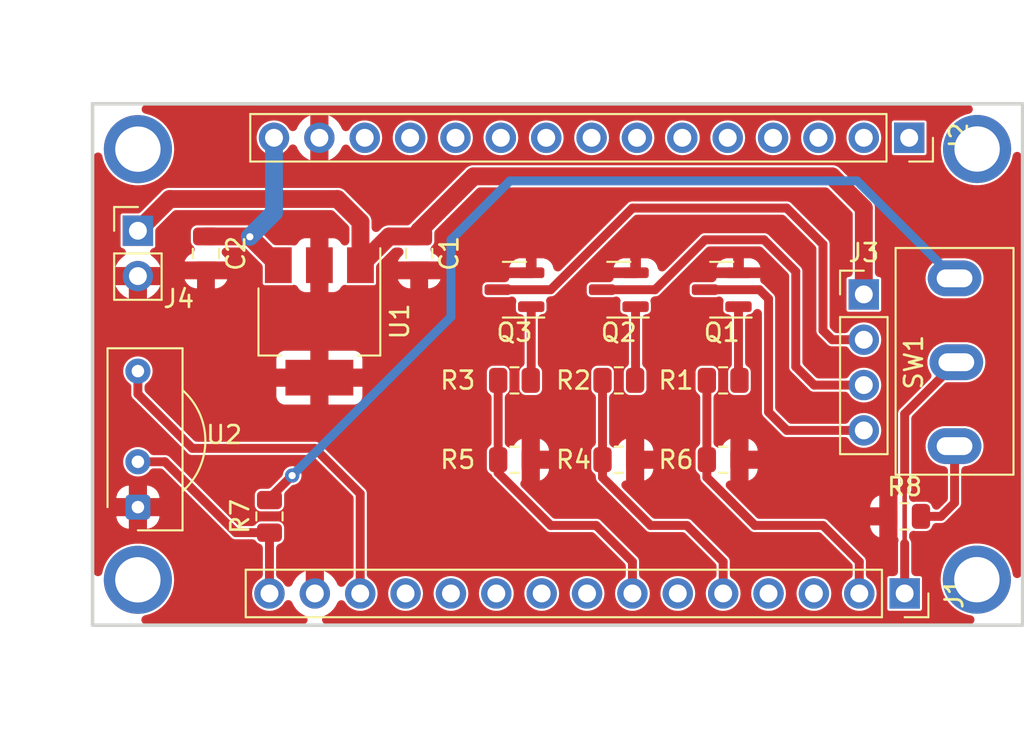
<source format=kicad_pcb>
(kicad_pcb (version 20211014) (generator pcbnew)
  (layers (0 "F.Cu" signal) (31 "B.Cu" signal) (34 "B.Paste" user) (35 "F.Paste" user) (36 "B.SilkS" user "B.Silkscreen") (37 "F.SilkS" user "F.Silkscreen") (38 "B.Mask" user) (39 "F.Mask" user) (44 "Edge.Cuts" user))
  (net 0 "")
  (net 1 "GND")
  (net 2 "/GREEN_IO")
  (net 3 "/BLUE_IO")
  (net 4 "/RED_IO")
  (net 5 "Net-(J3-Pad2)")
  (net 6 "Net-(Q2-Pad1)")
  (net 7 "+12V")
  (net 8 "/ALARM_EN")
  (net 18 "/IR_D")
  (net 19 "/+3.3V")
  (net 20 "Net-(Q3-Pad1)")
  (net 21 "Net-(J3-Pad3)")
  (net 22 "Net-(Q1-Pad1)")
  (net 23 "Net-(J3-Pad4)")
  (net 24 "+5V")
  (net 37 "Net-(R7-Pad2)")
  (net 38 "Net-(R8-Pad2)")
  (footprint "Capacitor_SMD:C_0805_2012Metric" (layer "F.Cu") (at 81.28 80.772 -90)
    (fp_text reference "C2" (at 0 -1.68 90) (layer "F.SilkS"))
    (fp_text value "10uF")
    (fp_line (start -0.261252 0.735) (end 0.261252 0.735) (layer "F.SilkS") (width 0.12))
    (fp_line (start -0.261252 -0.735) (end 0.261252 -0.735) (layer "F.SilkS") (width 0.12))
    (pad "1" smd roundrect (at -0.95 0 270) (size 1 1.45) (layers "F.Cu" "F.Paste" "F.Mask") (net 24 "+5V"))
    (pad "2" smd roundrect (at 0.95 0 270) (size 1 1.45) (layers "F.Cu" "F.Paste" "F.Mask") (net 1 "GND"))
  )
  (footprint "Package_TO_SOT_SMD:SOT-223-3_TabPin2" (layer "F.Cu") (at 87.63 84.582 -90)
    (fp_text reference "U1" (at 0 -4.5 90) (layer "F.SilkS"))
    (fp_text value "MCP1703A-5002_SOT223")
    (fp_line (start -4.1 -3.41) (end 1.91 -3.41) (layer "F.SilkS") (width 0.12))
    (fp_line (start 1.91 3.41) (end 1.91 2.15) (layer "F.SilkS") (width 0.12))
    (fp_line (start 1.91 -3.41) (end 1.91 -2.15) (layer "F.SilkS") (width 0.12))
    (fp_line (start -1.85 3.41) (end 1.91 3.41) (layer "F.SilkS") (width 0.12))
    (pad "1" smd rect (at -3.15 -2.3 270) (size 2 1.5) (layers "F.Cu" "F.Paste" "F.Mask") (net 7 "+12V"))
    (pad "2" smd rect (at -3.15 0 270) (size 2 1.5) (layers "F.Cu" "F.Paste" "F.Mask") (net 1 "GND"))
    (pad "2" smd rect (at 3.15 0 270) (size 2 3.8) (layers "F.Cu" "F.Paste" "F.Mask") (net 1 "GND"))
    (pad "3" smd rect (at -3.15 2.3 270) (size 2 1.5) (layers "F.Cu" "F.Paste" "F.Mask") (net 24 "+5V"))
  )
  (footprint "MattisLib:SS 13PLP" (layer "F.Cu") (at 123.19 86.868 90)
    (fp_text reference "SW1" (at 0 -2.286 90 unlocked) (layer "F.SilkS"))
    (fp_text value "SW_SPDT")
    (fp_line (start 6.4 -3.3) (end 6.4 3.3) (layer "F.SilkS") (width 0.12))
    (fp_line (start -6.3 -3.3) (end 6.4 -3.3) (layer "F.SilkS") (width 0.12))
    (fp_line (start 6.4 3.3) (end -6.3 3.3) (layer "F.SilkS") (width 0.12))
    (fp_line (start -6.3 3.3) (end -6.3 -3.3) (layer "F.SilkS") (width 0.12))
    (pad "1" thru_hole oval (at -4.7 0 90) (size 2 3) (drill oval 1 2) (layers *.Cu *.Mask) (net 38 "Net-(R8-Pad2)"))
    (pad "2" thru_hole oval (at 0 0.1 90) (size 2 3) (drill oval 1 2) (layers *.Mask "F.Cu" "In1.Cu" "B.Cu") (net 8 "/ALARM_EN"))
    (pad "3" thru_hole oval (at 4.7 0 90) (size 2 3) (drill oval 1 2) (layers *.Mask "F.Cu" "In1.Cu" "B.Cu") (net 37 "Net-(R7-Pad2)"))
  )
  (footprint "Resistor_SMD:R_0805_2012Metric" (layer "F.Cu") (at 110.236 92.329)
    (fp_text reference "R6" (at -2.6435 0) (layer "F.SilkS"))
    (fp_text value "5k6")
    (fp_line (start -0.227064 0.735) (end 0.227064 0.735) (layer "F.SilkS") (width 0.12))
    (fp_line (start -0.227064 -0.735) (end 0.227064 -0.735) (layer "F.SilkS") (width 0.12))
    (pad "1" smd roundrect (at -0.9125 0) (size 1.025 1.4) (layers "F.Cu" "F.Paste" "F.Mask") (roundrect_rratio 0.243902439) (net 4 "/RED_IO"))
    (pad "2" smd roundrect (at 0.9125 0) (size 1.025 1.4) (layers "F.Cu" "F.Paste" "F.Mask") (roundrect_rratio 0.243902439) (net 1 "GND"))
  )
  (footprint "Resistor_SMD:R_0805_2012Metric" (layer "F.Cu") (at 98.552 87.884)
    (fp_text reference "R3" (at -3.175 0) (layer "F.SilkS"))
    (fp_text value "560")
    (fp_line (start -0.227064 0.735) (end 0.227064 0.735) (layer "F.SilkS") (width 0.12))
    (fp_line (start -0.227064 -0.735) (end 0.227064 -0.735) (layer "F.SilkS") (width 0.12))
    (pad "1" smd roundrect (at -0.9125 0) (size 1.025 1.4) (layers "F.Cu" "F.Paste" "F.Mask") (roundrect_rratio 0.243902439) (net 3 "/BLUE_IO"))
    (pad "2" smd roundrect (at 0.9125 0) (size 1.025 1.4) (layers "F.Cu" "F.Paste" "F.Mask") (roundrect_rratio 0.243902439) (net 20 "Net-(Q3-Pad1)"))
  )
  (footprint "Resistor_SMD:R_0805_2012Metric" (layer "F.Cu") (at 104.394 87.884)
    (fp_text reference "R2" (at -2.54 0) (layer "F.SilkS"))
    (fp_text value "560")
    (fp_line (start -0.227064 -0.735) (end 0.227064 -0.735) (layer "F.SilkS") (width 0.12))
    (fp_line (start -0.227064 0.735) (end 0.227064 0.735) (layer "F.SilkS") (width 0.12))
    (pad "1" smd roundrect (at -0.9125 0) (size 1.025 1.4) (layers "F.Cu" "F.Paste" "F.Mask") (roundrect_rratio 0.243902439) (net 2 "/GREEN_IO"))
    (pad "2" smd roundrect (at 0.9125 0) (size 1.025 1.4) (layers "F.Cu" "F.Paste" "F.Mask") (roundrect_rratio 0.243902439) (net 6 "Net-(Q2-Pad1)"))
  )
  (footprint "Connector_PinHeader_2.54mm:PinHeader_1x04_P2.54mm_Vertical" (layer "F.Cu") (at 118.11 83.068)
    (fp_text reference "J3" (at 0 -2.33) (layer "F.SilkS"))
    (fp_text value "Conn_01x04_Female")
    (fp_line (start -1.33 1.27) (end -1.33 8.95) (layer "F.SilkS") (width 0.12))
    (fp_line (start 1.33 1.27) (end 1.33 8.95) (layer "F.SilkS") (width 0.12))
    (fp_line (start -1.33 1.27) (end 1.33 1.27) (layer "F.SilkS") (width 0.12))
    (fp_line (start -1.33 -1.33) (end 0 -1.33) (layer "F.SilkS") (width 0.12))
    (fp_line (start -1.33 8.95) (end 1.33 8.95) (layer "F.SilkS") (width 0.12))
    (fp_line (start -1.33 0) (end -1.33 -1.33) (layer "F.SilkS") (width 0.12))
    (pad "1" thru_hole rect (at 0 0) (size 1.7 1.7) (drill 1) (layers *.Cu *.Mask) (net 7 "+12V"))
    (pad "2" thru_hole oval (at 0 2.54) (size 1.7 1.7) (drill 1) (layers *.Cu *.Mask) (net 5 "Net-(J3-Pad2)"))
    (pad "3" thru_hole oval (at 0 5.08) (size 1.7 1.7) (drill 1) (layers *.Cu *.Mask) (net 21 "Net-(J3-Pad3)"))
    (pad "4" thru_hole oval (at 0 7.62) (size 1.7 1.7) (drill 1) (layers *.Cu *.Mask) (net 23 "Net-(J3-Pad4)"))
  )
  (footprint "Connector_PinSocket_2.54mm:PinSocket_1x15_P2.54mm_Vertical" (layer "F.Cu") (at 120.396 99.822 -90)
    (fp_text reference "J1" (at 0 -2.77 90) (layer "F.SilkS"))
    (fp_text value "Conn_01x15_Female")
    (fp_line (start -1.33 36.89) (end 1.33 36.89) (layer "F.SilkS") (width 0.12))
    (fp_line (start 0 -1.33) (end 1.33 -1.33) (layer "F.SilkS") (width 0.12))
    (fp_line (start -1.33 1.27) (end -1.33 36.89) (layer "F.SilkS") (width 0.12))
    (fp_line (start 1.33 -1.33) (end 1.33 0) (layer "F.SilkS") (width 0.12))
    (fp_line (start -1.33 1.27) (end 1.33 1.27) (layer "F.SilkS") (width 0.12))
    (fp_line (start 1.33 1.27) (end 1.33 36.89) (layer "F.SilkS") (width 0.12))
    (pad "1" thru_hole rect (at 0 0 270) (size 1.7 1.7) (drill 1) (layers *.Cu *.Mask) (net 8 "/ALARM_EN"))
    (pad "2" thru_hole oval (at 0 2.54 270) (size 1.7 1.7) (drill 1) (layers *.Cu *.Mask) (net 4 "/RED_IO"))
    (pad "3" thru_hole oval (at 0 5.08 270) (size 1.7 1.7) (drill 1) (layers *.Cu *.Mask))
    (pad "4" thru_hole oval (at 0 7.62 270) (size 1.7 1.7) (drill 1) (layers *.Cu *.Mask))
    (pad "5" thru_hole oval (at 0 10.16 270) (size 1.7 1.7) (drill 1) (layers *.Cu *.Mask) (net 2 "/GREEN_IO"))
    (pad "6" thru_hole oval (at 0 12.7 270) (size 1.7 1.7) (drill 1) (layers *.Cu *.Mask))
    (pad "7" thru_hole oval (at 0 15.24 270) (size 1.7 1.7) (drill 1) (layers *.Cu *.Mask) (net 3 "/BLUE_IO"))
    (pad "8" thru_hole oval (at 0 17.78 270) (size 1.7 1.7) (drill 1) (layers *.Cu *.Mask))
    (pad "9" thru_hole oval (at 0 20.32 270) (size 1.7 1.7) (drill 1) (layers *.Cu *.Mask))
    (pad "10" thru_hole oval (at 0 22.86 270) (size 1.7 1.7) (drill 1) (layers *.Cu *.Mask))
    (pad "11" thru_hole oval (at 0 25.4 270) (size 1.7 1.7) (drill 1) (layers *.Cu *.Mask))
    (pad "12" thru_hole oval (at 0 27.94 270) (size 1.7 1.7) (drill 1) (layers *.Cu *.Mask))
    (pad "13" thru_hole oval (at 0 30.48 270) (size 1.7 1.7) (drill 1) (layers *.Cu *.Mask) (net 18 "/IR_D"))
    (pad "14" thru_hole oval (at 0 33.02 270) (size 1.7 1.7) (drill 1) (layers *.Cu *.Mask) (net 1 "GND"))
    (pad "15" thru_hole oval (at 0 35.56 270) (size 1.7 1.7) (drill 1) (layers *.Cu *.Mask) (net 19 "/+3.3V"))
  )
  (footprint "Resistor_SMD:R_0805_2012Metric" (layer "F.Cu") (at 98.552 92.329)
    (fp_text reference "R5" (at -3.175 0) (layer "F.SilkS"))
    (fp_text value "5k6")
    (fp_line (start -0.227064 0.735) (end 0.227064 0.735) (layer "F.SilkS") (width 0.12))
    (fp_line (start -0.227064 -0.735) (end 0.227064 -0.735) (layer "F.SilkS") (width 0.12))
    (pad "1" smd roundrect (at -0.9125 0) (size 1.025 1.4) (layers "F.Cu" "F.Paste" "F.Mask") (roundrect_rratio 0.243902439) (net 3 "/BLUE_IO"))
    (pad "2" smd roundrect (at 0.9125 0) (size 1.025 1.4) (layers "F.Cu" "F.Paste" "F.Mask") (roundrect_rratio 0.243902439) (net 1 "GND"))
  )
  (footprint "Connector_PinSocket_2.54mm:PinSocket_1x15_P2.54mm_Vertical" (layer "F.Cu") (at 120.65 74.295 -90)
    (fp_text reference "J2" (at 0 -2.77 90) (layer "F.SilkS"))
    (fp_text value "Conn_01x15_Female")
    (fp_line (start -1.33 1.27) (end 1.33 1.27) (layer "F.SilkS") (width 0.12))
    (fp_line (start 1.33 -1.33) (end 1.33 0) (layer "F.SilkS") (width 0.12))
    (fp_line (start -1.33 36.89) (end 1.33 36.89) (layer "F.SilkS") (width 0.12))
    (fp_line (start 0 -1.33) (end 1.33 -1.33) (layer "F.SilkS") (width 0.12))
    (fp_line (start -1.33 1.27) (end -1.33 36.89) (layer "F.SilkS") (width 0.12))
    (fp_line (start 1.33 1.27) (end 1.33 36.89) (layer "F.SilkS") (width 0.12))
    (pad "1" thru_hole rect (at 0 0 270) (size 1.7 1.7) (drill 1) (layers *.Cu *.Mask))
    (pad "2" thru_hole oval (at 0 2.54 270) (size 1.7 1.7) (drill 1) (layers *.Cu *.Mask))
    (pad "3" thru_hole oval (at 0 5.08 270) (size 1.7 1.7) (drill 1) (layers *.Cu *.Mask))
    (pad "4" thru_hole oval (at 0 7.62 270) (size 1.7 1.7) (drill 1) (layers *.Cu *.Mask))
    (pad "5" thru_hole oval (at 0 10.16 270) (size 1.7 1.7) (drill 1) (layers *.Cu *.Mask))
    (pad "6" thru_hole oval (at 0 12.7 270) (size 1.7 1.7) (drill 1) (layers *.Cu *.Mask))
    (pad "7" thru_hole oval (at 0 15.24 270) (size 1.7 1.7) (drill 1) (layers *.Cu *.Mask))
    (pad "8" thru_hole oval (at 0 17.78 270) (size 1.7 1.7) (drill 1) (layers *.Cu *.Mask))
    (pad "9" thru_hole oval (at 0 20.32 270) (size 1.7 1.7) (drill 1) (layers *.Cu *.Mask))
    (pad "10" thru_hole oval (at 0 22.86 270) (size 1.7 1.7) (drill 1) (layers *.Cu *.Mask))
    (pad "11" thru_hole oval (at 0 25.4 270) (size 1.7 1.7) (drill 1) (layers *.Cu *.Mask))
    (pad "12" thru_hole oval (at 0 27.94 270) (size 1.7 1.7) (drill 1) (layers *.Cu *.Mask))
    (pad "13" thru_hole oval (at 0 30.48 270) (size 1.7 1.7) (drill 1) (layers *.Cu *.Mask))
    (pad "14" thru_hole oval (at 0 33.02 270) (size 1.7 1.7) (drill 1) (layers *.Cu *.Mask) (net 1 "GND"))
    (pad "15" thru_hole oval (at 0 35.56 270) (size 1.7 1.7) (drill 1) (layers *.Cu *.Mask) (net 24 "+5V"))
  )
  (footprint "Package_TO_SOT_SMD:SOT-23" (layer "F.Cu") (at 98.552 82.804 180)
    (fp_text reference "Q3" (at 0 -2.4) (layer "F.SilkS"))
    (fp_text value "TSM2302CX")
    (fp_line (start 0 1.56) (end -0.65 1.56) (layer "F.SilkS") (width 0.12))
    (fp_line (start 0 -1.56) (end 0.65 -1.56) (layer "F.SilkS") (width 0.12))
    (fp_line (start 0 1.56) (end 0.65 1.56) (layer "F.SilkS") (width 0.12))
    (fp_line (start 0 -1.56) (end -1.675 -1.56) (layer "F.SilkS") (width 0.12))
    (pad "1" smd roundrect (at -0.9375 -0.95 180) (size 1.475 0.6) (layers "F.Cu" "F.Paste" "F.Mask") (net 20 "Net-(Q3-Pad1)"))
    (pad "2" smd roundrect (at -0.9375 0.95 180) (size 1.475 0.6) (layers "F.Cu" "F.Paste" "F.Mask") (net 1 "GND"))
    (pad "3" smd roundrect (at 0.9375 0 180) (size 1.475 0.6) (layers "F.Cu" "F.Paste" "F.Mask") (net 5 "Net-(J3-Pad2)"))
  )
  (footprint "Package_TO_SOT_SMD:SOT-23" (layer "F.Cu") (at 110.156 82.804 180)
    (fp_text reference "Q1" (at 0 -2.4) (layer "F.SilkS"))
    (fp_text value "TSM2302CX")
    (fp_line (start 0 -1.56) (end 0.65 -1.56) (layer "F.SilkS") (width 0.12))
    (fp_line (start 0 -1.56) (end -1.675 -1.56) (layer "F.SilkS") (width 0.12))
    (fp_line (start 0 1.56) (end -0.65 1.56) (layer "F.SilkS") (width 0.12))
    (fp_line (start 0 1.56) (end 0.65 1.56) (layer "F.SilkS") (width 0.12))
    (pad "1" smd roundrect (at -0.9375 -0.95 180) (size 1.475 0.6) (layers "F.Cu" "F.Paste" "F.Mask") (net 22 "Net-(Q1-Pad1)"))
    (pad "2" smd roundrect (at -0.9375 0.95 180) (size 1.475 0.6) (layers "F.Cu" "F.Paste" "F.Mask") (net 1 "GND"))
    (pad "3" smd roundrect (at 0.9375 0 180) (size 1.475 0.6) (layers "F.Cu" "F.Paste" "F.Mask") (net 23 "Net-(J3-Pad4)"))
  )
  (footprint "Package_TO_SOT_SMD:SOT-23" (layer "F.Cu") (at 104.394 82.804 180)
    (fp_text reference "Q2" (at 0 -2.4) (layer "F.SilkS"))
    (fp_text value "TSM2302CX")
    (fp_line (start 0 1.56) (end 0.65 1.56) (layer "F.SilkS") (width 0.12))
    (fp_line (start 0 1.56) (end -0.65 1.56) (layer "F.SilkS") (width 0.12))
    (fp_line (start 0 -1.56) (end -1.675 -1.56) (layer "F.SilkS") (width 0.12))
    (fp_line (start 0 -1.56) (end 0.65 -1.56) (layer "F.SilkS") (width 0.12))
    (pad "1" smd roundrect (at -0.9375 -0.95 180) (size 1.475 0.6) (layers "F.Cu" "F.Paste" "F.Mask") (net 6 "Net-(Q2-Pad1)"))
    (pad "2" smd roundrect (at -0.9375 0.95 180) (size 1.475 0.6) (layers "F.Cu" "F.Paste" "F.Mask") (net 1 "GND"))
    (pad "3" smd roundrect (at 0.9375 0 180) (size 1.475 0.6) (layers "F.Cu" "F.Paste" "F.Mask") (net 21 "Net-(J3-Pad3)"))
  )
  (footprint "Connector_PinHeader_2.54mm:PinHeader_1x02_P2.54mm_Vertical" (layer "F.Cu") (at 77.47 79.502)
    (fp_text reference "J4" (at 2.286 3.81) (layer "F.SilkS"))
    (fp_text value "Conn_01x02_Female")
    (fp_line (start -1.33 3.87) (end 1.33 3.87) (layer "F.SilkS") (width 0.12))
    (fp_line (start 1.33 1.27) (end 1.33 3.87) (layer "F.SilkS") (width 0.12))
    (fp_line (start -1.33 0) (end -1.33 -1.33) (layer "F.SilkS") (width 0.12))
    (fp_line (start -1.33 1.27) (end -1.33 3.87) (layer "F.SilkS") (width 0.12))
    (fp_line (start -1.33 1.27) (end 1.33 1.27) (layer "F.SilkS") (width 0.12))
    (fp_line (start -1.33 -1.33) (end 0 -1.33) (layer "F.SilkS") (width 0.12))
    (pad "1" thru_hole rect (at 0 0) (size 1.7 1.7) (drill 1) (layers *.Cu *.Mask) (net 7 "+12V"))
    (pad "2" thru_hole oval (at 0 2.54) (size 1.7 1.7) (drill 1) (layers *.Cu *.Mask) (net 1 "GND"))
  )
  (footprint "OptoDevice:Vishay_CAST-3Pin" (layer "F.Cu") (at 77.47 94.986 90)
    (fp_text reference "U2" (at 4.054 4.826 180) (layer "F.SilkS"))
    (fp_text value "TSOP312xx")
    (fp_line (start 8.9 -1.7) (end 0 -1.7) (layer "F.SilkS") (width 0.12))
    (fp_line (start 6.5 2.5) (end 8.9 2.5) (layer "F.SilkS") (width 0.12))
    (fp_line (start -1.3 2.5) (end 0.9 2.5) (layer "F.SilkS") (width 0.12))
    (fp_line (start 8.9 2.5) (end 8.9 -1.7) (layer "F.SilkS") (width 0.12))
    (fp_line (start 0.9 2.5) (end 6.6 2.5) (layer "F.SilkS") (width 0.12))
    (fp_line (start -1.3 0) (end -1.3 2.5) (layer "F.SilkS") (width 0.12))
    (fp_arc (start 6.55 2.5) (mid 3.722825 3.776095) (end 0.893744 2.504232) (layer "F.SilkS") (width 0.12))
    (pad "1" thru_hole roundrect (at 0 0 90) (size 1.4 1.4) (drill 0.7) (layers *.Cu *.Mask) (roundrect_rratio 0.178) (net 1 "GND"))
    (pad "2" thru_hole circle (at 2.54 0 90) (size 1.4 1.4) (drill 0.7) (layers *.Cu *.Mask) (net 19 "/+3.3V"))
    (pad "3" thru_hole circle (at 7.62 0 90) (size 1.4 1.4) (drill 0.7) (layers *.Cu *.Mask) (net 18 "/IR_D"))
  )
  (footprint "Resistor_SMD:R_0805_2012Metric" (layer "F.Cu") (at 104.394 92.329)
    (fp_text reference "R4" (at -2.54 0) (layer "F.SilkS"))
    (fp_text value "5k6")
    (fp_line (start -0.227064 0.735) (end 0.227064 0.735) (layer "F.SilkS") (width 0.12))
    (fp_line (start -0.227064 -0.735) (end 0.227064 -0.735) (layer "F.SilkS") (width 0.12))
    (pad "1" smd roundrect (at -0.9125 0) (size 1.025 1.4) (layers "F.Cu" "F.Paste" "F.Mask") (roundrect_rratio 0.243902439) (net 2 "/GREEN_IO"))
    (pad "2" smd roundrect (at 0.9125 0) (size 1.025 1.4) (layers "F.Cu" "F.Paste" "F.Mask") (roundrect_rratio 0.243902439) (net 1 "GND"))
  )
  (footprint "Resistor_SMD:R_0805_2012Metric" (layer "F.Cu") (at 120.396 95.504)
    (fp_text reference "R8" (at 0 -1.65) (layer "F.SilkS"))
    (fp_text value "10k")
    (fp_line (start -0.227064 0.735) (end 0.227064 0.735) (layer "F.SilkS") (width 0.12))
    (fp_line (start -0.227064 -0.735) (end 0.227064 -0.735) (layer "F.SilkS") (width 0.12))
    (pad "1" smd roundrect (at -0.9125 0) (size 1.025 1.4) (layers "F.Cu" "F.Paste" "F.Mask") (roundrect_rratio 0.243902439) (net 1 "GND"))
    (pad "2" smd roundrect (at 0.9125 0) (size 1.025 1.4) (layers "F.Cu" "F.Paste" "F.Mask") (roundrect_rratio 0.243902439) (net 38 "Net-(R8-Pad2)"))
  )
  (footprint "Capacitor_SMD:C_0805_2012Metric" (layer "F.Cu") (at 93.218 80.772 -90)
    (fp_text reference "C1" (at 0 -1.68 90) (layer "F.SilkS"))
    (fp_text value "10uF")
    (fp_line (start -0.261252 -0.735) (end 0.261252 -0.735) (layer "F.SilkS") (width 0.12))
    (fp_line (start -0.261252 0.735) (end 0.261252 0.735) (layer "F.SilkS") (width 0.12))
    (pad "1" smd roundrect (at -0.95 0 270) (size 1 1.45) (layers "F.Cu" "F.Paste" "F.Mask") (net 7 "+12V"))
    (pad "2" smd roundrect (at 0.95 0 270) (size 1 1.45) (layers "F.Cu" "F.Paste" "F.Mask") (net 1 "GND"))
  )
  (footprint "Resistor_SMD:R_0805_2012Metric" (layer "F.Cu") (at 84.836 95.504 90)
    (fp_text reference "R7" (at 0 -1.65 90) (layer "F.SilkS"))
    (fp_text value "10k")
    (fp_line (start -0.227064 -0.735) (end 0.227064 -0.735) (layer "F.SilkS") (width 0.12))
    (fp_line (start -0.227064 0.735) (end 0.227064 0.735) (layer "F.SilkS") (width 0.12))
    (pad "1" smd roundrect (at -0.9125 0 90) (size 1.025 1.4) (layers "F.Cu" "F.Paste" "F.Mask") (roundrect_rratio 0.243902439) (net 19 "/+3.3V"))
    (pad "2" smd roundrect (at 0.9125 0 90) (size 1.025 1.4) (layers "F.Cu" "F.Paste" "F.Mask") (roundrect_rratio 0.243902439) (net 37 "Net-(R7-Pad2)"))
  )
  (footprint "Resistor_SMD:R_0805_2012Metric" (layer "F.Cu") (at 110.236 87.884)
    (fp_text reference "R1" (at -2.6435 0) (layer "F.SilkS"))
    (fp_text value "560")
    (fp_line (start -0.227064 0.735) (end 0.227064 0.735) (layer "F.SilkS") (width 0.12))
    (fp_line (start -0.227064 -0.735) (end 0.227064 -0.735) (layer "F.SilkS") (width 0.12))
    (pad "1" smd roundrect (at -0.9125 0) (size 1.025 1.4) (layers "F.Cu" "F.Paste" "F.Mask") (roundrect_rratio 0.243902439) (net 4 "/RED_IO"))
    (pad "2" smd roundrect (at 0.9125 0) (size 1.025 1.4) (layers "F.Cu" "F.Paste" "F.Mask") (roundrect_rratio 0.243902439) (net 22 "Net-(Q1-Pad1)"))
  )
  (gr_rect (start 74.93 101.6) (end 127 72.39) (layer "Edge.Cuts") (width 0.2) (fill none))
  (via (at 124.452319 74.922319) (size 3.81) (drill 2.54) (layers "F.Cu" "B.Cu") (net 0))
  (via (at 124.438991 99.049495) (size 3.81) (drill 2.54) (layers "F.Cu" "B.Cu") (net 0))
  (via (at 77.47 74.93) (size 3.81) (drill 2.54) (layers "F.Cu" "B.Cu") (net 0))
  (via (at 77.467465 99.057465) (size 3.81) (drill 2.54) (layers "F.Cu" "B.Cu") (net 0))
  (segment (start 106.172 96.012) (end 108.204 96.012) (width 0.5) (layer "F.Cu") (net 2))
  (segment (start 103.4815 93.3215) (end 106.172 96.012) (width 0.5) (layer "F.Cu") (net 2))
  (segment (start 103.4815 92.329) (end 103.4815 93.3215) (width 0.5) (layer "F.Cu") (net 2))
  (segment (start 108.204 96.012) (end 110.236 98.044) (width 0.5) (layer "F.Cu") (net 2))
  (segment (start 110.236 98.044) (end 110.236 99.822) (width 0.5) (layer "F.Cu") (net 2))
  (segment (start 103.4815 87.884) (end 103.4815 92.329) (width 0.5) (layer "F.Cu") (net 2))
  (segment (start 97.6395 93.0675) (end 100.584 96.012) (width 0.5) (layer "F.Cu") (net 3))
  (segment (start 97.6395 92.329) (end 97.6395 93.0675) (width 0.5) (layer "F.Cu") (net 3))
  (segment (start 105.156 98.044) (end 105.156 99.822) (width 0.5) (layer "F.Cu") (net 3))
  (segment (start 103.124 96.012) (end 105.156 98.044) (width 0.5) (layer "F.Cu") (net 3))
  (segment (start 100.584 96.012) (end 103.124 96.012) (width 0.5) (layer "F.Cu") (net 3))
  (segment (start 97.6395 87.884) (end 97.6395 92.329) (width 0.5) (layer "F.Cu") (net 3))
  (segment (start 117.856 98.044) (end 117.856 99.822) (width 0.5) (layer "F.Cu") (net 4))
  (segment (start 109.3235 93.3215) (end 112.014 96.012) (width 0.5) (layer "F.Cu") (net 4))
  (segment (start 115.824 96.012) (end 117.856 98.044) (width 0.5) (layer "F.Cu") (net 4))
  (segment (start 109.3235 92.329) (end 109.3235 93.3215) (width 0.5) (layer "F.Cu") (net 4))
  (segment (start 112.014 96.012) (end 115.824 96.012) (width 0.5) (layer "F.Cu") (net 4))
  (segment (start 109.3235 87.884) (end 109.3235 92.329) (width 0.5) (layer "F.Cu") (net 4))
  (segment (start 97.6145 82.804) (end 100.584 82.804) (width 0.5) (layer "F.Cu") (net 5))
  (segment (start 116.342 85.608) (end 118.11 85.608) (width 0.5) (layer "F.Cu") (net 5))
  (segment (start 113.792 78.232) (end 115.824 80.264) (width 0.5) (layer "F.Cu") (net 5))
  (segment (start 115.824 85.09) (end 116.342 85.608) (width 0.5) (layer "F.Cu") (net 5))
  (segment (start 115.824 80.264) (end 115.824 85.09) (width 0.5) (layer "F.Cu") (net 5))
  (segment (start 105.156 78.232) (end 113.792 78.232) (width 0.5) (layer "F.Cu") (net 5))
  (segment (start 100.584 82.804) (end 105.156 78.232) (width 0.5) (layer "F.Cu") (net 5))
  (segment (start 105.3315 87.859) (end 105.3065 87.884) (width 0.5) (layer "F.Cu") (net 6))
  (segment (start 105.3315 83.754) (end 105.3315 87.859) (width 0.5) (layer "F.Cu") (net 6))
  (segment (start 88.646 77.724) (end 89.93 79.008) (width 1) (layer "F.Cu") (net 7))
  (segment (start 79.248 77.724) (end 88.646 77.724) (width 1) (layer "F.Cu") (net 7))
  (segment (start 89.93 79.008) (end 89.93 81.432) (width 1) (layer "F.Cu") (net 7))
  (segment (start 96.266 76.454) (end 116.332 76.454) (width 1) (layer "F.Cu") (net 7))
  (segment (start 77.47 79.502) (end 79.248 77.724) (width 1) (layer "F.Cu") (net 7))
  (segment (start 93.218 79.822) (end 93.218 79.502) (width 1) (layer "F.Cu") (net 7))
  (segment (start 118.11 78.232) (end 118.11 83.068) (width 1) (layer "F.Cu") (net 7))
  (segment (start 116.332 76.454) (end 118.11 78.232) (width 1) (layer "F.Cu") (net 7))
  (segment (start 91.54 79.822) (end 93.218 79.822) (width 1) (layer "F.Cu") (net 7))
  (segment (start 89.93 81.432) (end 91.54 79.822) (width 1) (layer "F.Cu") (net 7))
  (segment (start 93.218 79.502) (end 96.266 76.454) (width 1) (layer "F.Cu") (net 7))
  (segment (start 120.396 97.028) (end 120.396 99.822) (width 0.5) (layer "F.Cu") (net 8))
  (segment (start 120.396 93.98) (end 120.396 97.028) (width 0.254) (layer "F.Cu") (net 8))
  (segment (start 120.396 89.762) (end 123.29 86.868) (width 0.5) (layer "F.Cu") (net 8))
  (segment (start 120.396 93.98) (end 120.396 89.762) (width 0.5) (layer "F.Cu") (net 8))
  (segment (start 77.47 87.366) (end 77.47 88.646) (width 0.5) (layer "F.Cu") (net 18))
  (segment (start 87.376 91.694) (end 89.916 94.234) (width 0.5) (layer "F.Cu") (net 18))
  (segment (start 89.916 94.234) (end 89.916 99.822) (width 0.5) (layer "F.Cu") (net 18))
  (segment (start 77.47 88.646) (end 80.518 91.694) (width 0.5) (layer "F.Cu") (net 18))
  (segment (start 80.518 91.694) (end 87.376 91.694) (width 0.5) (layer "F.Cu") (net 18))
  (segment (start 77.47 92.446) (end 78.984 92.446) (width 0.5) (layer "F.Cu") (net 19))
  (segment (start 84.836 99.822) (end 84.836 96.4165) (width 0.5) (layer "F.Cu") (net 19))
  (segment (start 82.9545 96.4165) (end 84.836 96.4165) (width 0.5) (layer "F.Cu") (net 19))
  (segment (start 78.984 92.446) (end 82.9545 96.4165) (width 0.5) (layer "F.Cu") (net 19))
  (segment (start 99.4895 87.859) (end 99.4645 87.884) (width 0.5) (layer "F.Cu") (net 20))
  (segment (start 99.4895 83.754) (end 99.4895 87.859) (width 0.5) (layer "F.Cu") (net 20))
  (segment (start 115.326 88.148) (end 118.11 88.148) (width 0.5) (layer "F.Cu") (net 21))
  (segment (start 112.522 80.01) (end 114.3 81.788) (width 0.5) (layer "F.Cu") (net 21))
  (segment (start 103.4565 82.804) (end 106.426 82.804) (width 0.5) (layer "F.Cu") (net 21))
  (segment (start 106.426 82.804) (end 109.22 80.01) (width 0.5) (layer "F.Cu") (net 21))
  (segment (start 114.3 81.788) (end 114.3 87.122) (width 0.5) (layer "F.Cu") (net 21))
  (segment (start 114.3 87.122) (end 115.326 88.148) (width 0.5) (layer "F.Cu") (net 21))
  (segment (start 109.22 80.01) (end 112.522 80.01) (width 0.5) (layer "F.Cu") (net 21))
  (segment (start 111.0935 83.754) (end 111.0935 87.829) (width 0.5) (layer "F.Cu") (net 22))
  (segment (start 111.0935 87.829) (end 111.1485 87.884) (width 0.5) (layer "F.Cu") (net 22))
  (segment (start 112.268 82.804) (end 112.776 83.312) (width 0.5) (layer "F.Cu") (net 23))
  (segment (start 112.776 89.662) (end 113.802 90.688) (width 0.5) (layer "F.Cu") (net 23))
  (segment (start 109.2185 82.804) (end 112.268 82.804) (width 0.5) (layer "F.Cu") (net 23))
  (segment (start 112.776 83.312) (end 112.776 89.662) (width 0.5) (layer "F.Cu") (net 23))
  (segment (start 113.802 90.688) (end 118.11 90.688) (width 0.5) (layer "F.Cu") (net 23))
  (segment (start 81.28 79.822) (end 83.72 79.822) (width 1) (layer "F.Cu") (net 24))
  (segment (start 83.737 79.839) (end 85.33 81.432) (width 1) (layer "F.Cu") (net 24))
  (segment (start 83.72 79.822) (end 83.737 79.839) (width 1) (layer "F.Cu") (net 24))
  (via (at 83.737 79.839) (size 0.8) (drill 0.4) (layers "F.Cu" "B.Cu") (net 24))
  (segment (start 85.09 78.486) (end 85.09 74.295) (width 1) (layer "B.Cu") (net 24))
  (segment (start 83.737 79.839) (end 85.09 78.486) (width 1) (layer "B.Cu") (net 24))
  (segment (start 84.836 94.488) (end 86.106 93.218) (width 0.5) (layer "F.Cu") (net 37))
  (segment (start 84.836 94.5915) (end 84.836 94.488) (width 0.5) (layer "F.Cu") (net 37))
  (via (at 86.106 93.218) (size 0.8) (drill 0.4) (layers "F.Cu" "B.Cu") (net 37))
  (segment (start 94.996 84.328) (end 94.996 80.01) (width 0.5) (layer "B.Cu") (net 37))
  (segment (start 117.73 76.708) (end 123.19 82.168) (width 0.5) (layer "B.Cu") (net 37))
  (segment (start 122.87 81.848) (end 123.19 82.168) (width 0.5) (layer "B.Cu") (net 37))
  (segment (start 98.298 76.708) (end 117.73 76.708) (width 0.5) (layer "B.Cu") (net 37))
  (segment (start 86.106 93.218) (end 94.996 84.328) (width 0.5) (layer "B.Cu") (net 37))
  (segment (start 94.996 80.01) (end 98.298 76.708) (width 0.5) (layer "B.Cu") (net 37))
  (segment (start 122.428 95.504) (end 123.19 94.742) (width 0.5) (layer "F.Cu") (net 38))
  (segment (start 121.3085 95.504) (end 122.428 95.504) (width 0.5) (layer "F.Cu") (net 38))
  (segment (start 123.19 94.742) (end 123.19 91.568) (width 0.5) (layer "F.Cu") (net 38))
  (zone (net 1) (net_name "GND") (layer "F.Cu") (connect_pads (clearance 0.0508)) (min_thickness 0.508) (fill yes (thermal_gap 0.508) (thermal_bridge_width 1.016))
    (polygon (pts (xy 127 101.6) (xy 74.93 101.6) (xy 74.93 72.39) (xy 127 72.39)))
  )
)
</source>
